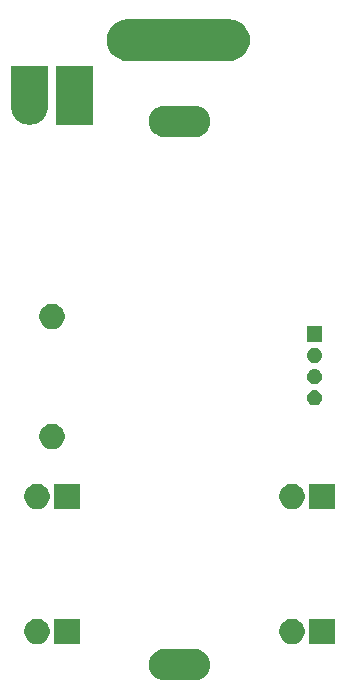
<source format=gbr>
G04 #@! TF.GenerationSoftware,KiCad,Pcbnew,(5.1.0)-1*
G04 #@! TF.CreationDate,2020-11-16T17:40:50+00:00*
G04 #@! TF.ProjectId,Jam Jar Solar PCB,4a616d20-4a61-4722-9053-6f6c61722050,rev?*
G04 #@! TF.SameCoordinates,Original*
G04 #@! TF.FileFunction,Soldermask,Top*
G04 #@! TF.FilePolarity,Negative*
%FSLAX46Y46*%
G04 Gerber Fmt 4.6, Leading zero omitted, Abs format (unit mm)*
G04 Created by KiCad (PCBNEW (5.1.0)-1) date 2020-11-16 17:40:50*
%MOMM*%
%LPD*%
G04 APERTURE LIST*
%ADD10C,0.500000*%
G04 APERTURE END LIST*
D10*
G36*
X182374580Y-82785371D02*
G01*
X182503961Y-82798114D01*
X182752971Y-82873651D01*
X182752973Y-82873652D01*
X182982458Y-82996314D01*
X183183608Y-83161392D01*
X183348685Y-83362541D01*
X183471349Y-83592029D01*
X183546886Y-83841039D01*
X183572391Y-84100000D01*
X183546886Y-84358961D01*
X183471349Y-84607971D01*
X183471348Y-84607973D01*
X183348686Y-84837458D01*
X183183608Y-85038608D01*
X182982458Y-85203686D01*
X182752973Y-85326348D01*
X182752971Y-85326349D01*
X182503961Y-85401886D01*
X182374580Y-85414629D01*
X182309891Y-85421000D01*
X179640109Y-85421000D01*
X179575420Y-85414629D01*
X179446039Y-85401886D01*
X179197029Y-85326349D01*
X179197027Y-85326348D01*
X178967542Y-85203686D01*
X178766392Y-85038608D01*
X178601314Y-84837458D01*
X178478652Y-84607973D01*
X178478651Y-84607971D01*
X178403114Y-84358961D01*
X178377609Y-84100000D01*
X178403114Y-83841039D01*
X178478651Y-83592029D01*
X178601315Y-83362541D01*
X178766392Y-83161392D01*
X178967542Y-82996314D01*
X179197027Y-82873652D01*
X179197029Y-82873651D01*
X179446039Y-82798114D01*
X179575420Y-82785371D01*
X179640109Y-82779000D01*
X182309891Y-82779000D01*
X182374580Y-82785371D01*
X182374580Y-82785371D01*
G37*
G36*
X190811231Y-80254003D02*
G01*
X191005412Y-80334436D01*
X191005414Y-80334437D01*
X191180173Y-80451207D01*
X191328793Y-80599827D01*
X191445563Y-80774586D01*
X191445564Y-80774588D01*
X191525997Y-80968769D01*
X191567000Y-81174908D01*
X191567000Y-81385092D01*
X191525997Y-81591231D01*
X191445564Y-81785412D01*
X191445563Y-81785414D01*
X191328793Y-81960173D01*
X191180173Y-82108793D01*
X191005414Y-82225563D01*
X191005413Y-82225564D01*
X191005412Y-82225564D01*
X190811231Y-82305997D01*
X190605092Y-82347000D01*
X190394908Y-82347000D01*
X190188769Y-82305997D01*
X189994588Y-82225564D01*
X189994587Y-82225564D01*
X189994586Y-82225563D01*
X189819827Y-82108793D01*
X189671207Y-81960173D01*
X189554437Y-81785414D01*
X189554436Y-81785412D01*
X189474003Y-81591231D01*
X189433000Y-81385092D01*
X189433000Y-81174908D01*
X189474003Y-80968769D01*
X189554436Y-80774588D01*
X189554437Y-80774586D01*
X189671207Y-80599827D01*
X189819827Y-80451207D01*
X189994586Y-80334437D01*
X189994588Y-80334436D01*
X190188769Y-80254003D01*
X190394908Y-80213000D01*
X190605092Y-80213000D01*
X190811231Y-80254003D01*
X190811231Y-80254003D01*
G37*
G36*
X194107000Y-82347000D02*
G01*
X191973000Y-82347000D01*
X191973000Y-80213000D01*
X194107000Y-80213000D01*
X194107000Y-82347000D01*
X194107000Y-82347000D01*
G37*
G36*
X172517000Y-82347000D02*
G01*
X170383000Y-82347000D01*
X170383000Y-80213000D01*
X172517000Y-80213000D01*
X172517000Y-82347000D01*
X172517000Y-82347000D01*
G37*
G36*
X169221231Y-80254003D02*
G01*
X169415412Y-80334436D01*
X169415414Y-80334437D01*
X169590173Y-80451207D01*
X169738793Y-80599827D01*
X169855563Y-80774586D01*
X169855564Y-80774588D01*
X169935997Y-80968769D01*
X169977000Y-81174908D01*
X169977000Y-81385092D01*
X169935997Y-81591231D01*
X169855564Y-81785412D01*
X169855563Y-81785414D01*
X169738793Y-81960173D01*
X169590173Y-82108793D01*
X169415414Y-82225563D01*
X169415413Y-82225564D01*
X169415412Y-82225564D01*
X169221231Y-82305997D01*
X169015092Y-82347000D01*
X168804908Y-82347000D01*
X168598769Y-82305997D01*
X168404588Y-82225564D01*
X168404587Y-82225564D01*
X168404586Y-82225563D01*
X168229827Y-82108793D01*
X168081207Y-81960173D01*
X167964437Y-81785414D01*
X167964436Y-81785412D01*
X167884003Y-81591231D01*
X167843000Y-81385092D01*
X167843000Y-81174908D01*
X167884003Y-80968769D01*
X167964436Y-80774588D01*
X167964437Y-80774586D01*
X168081207Y-80599827D01*
X168229827Y-80451207D01*
X168404586Y-80334437D01*
X168404588Y-80334436D01*
X168598769Y-80254003D01*
X168804908Y-80213000D01*
X169015092Y-80213000D01*
X169221231Y-80254003D01*
X169221231Y-80254003D01*
G37*
G36*
X169221231Y-68824003D02*
G01*
X169415412Y-68904436D01*
X169415414Y-68904437D01*
X169590173Y-69021207D01*
X169738793Y-69169827D01*
X169855563Y-69344586D01*
X169855564Y-69344588D01*
X169935997Y-69538769D01*
X169977000Y-69744908D01*
X169977000Y-69955092D01*
X169935997Y-70161231D01*
X169855564Y-70355412D01*
X169855563Y-70355414D01*
X169738793Y-70530173D01*
X169590173Y-70678793D01*
X169415414Y-70795563D01*
X169415413Y-70795564D01*
X169415412Y-70795564D01*
X169221231Y-70875997D01*
X169015092Y-70917000D01*
X168804908Y-70917000D01*
X168598769Y-70875997D01*
X168404588Y-70795564D01*
X168404587Y-70795564D01*
X168404586Y-70795563D01*
X168229827Y-70678793D01*
X168081207Y-70530173D01*
X167964437Y-70355414D01*
X167964436Y-70355412D01*
X167884003Y-70161231D01*
X167843000Y-69955092D01*
X167843000Y-69744908D01*
X167884003Y-69538769D01*
X167964436Y-69344588D01*
X167964437Y-69344586D01*
X168081207Y-69169827D01*
X168229827Y-69021207D01*
X168404586Y-68904437D01*
X168404588Y-68904436D01*
X168598769Y-68824003D01*
X168804908Y-68783000D01*
X169015092Y-68783000D01*
X169221231Y-68824003D01*
X169221231Y-68824003D01*
G37*
G36*
X172517000Y-70917000D02*
G01*
X170383000Y-70917000D01*
X170383000Y-68783000D01*
X172517000Y-68783000D01*
X172517000Y-70917000D01*
X172517000Y-70917000D01*
G37*
G36*
X190811231Y-68824003D02*
G01*
X191005412Y-68904436D01*
X191005414Y-68904437D01*
X191180173Y-69021207D01*
X191328793Y-69169827D01*
X191445563Y-69344586D01*
X191445564Y-69344588D01*
X191525997Y-69538769D01*
X191567000Y-69744908D01*
X191567000Y-69955092D01*
X191525997Y-70161231D01*
X191445564Y-70355412D01*
X191445563Y-70355414D01*
X191328793Y-70530173D01*
X191180173Y-70678793D01*
X191005414Y-70795563D01*
X191005413Y-70795564D01*
X191005412Y-70795564D01*
X190811231Y-70875997D01*
X190605092Y-70917000D01*
X190394908Y-70917000D01*
X190188769Y-70875997D01*
X189994588Y-70795564D01*
X189994587Y-70795564D01*
X189994586Y-70795563D01*
X189819827Y-70678793D01*
X189671207Y-70530173D01*
X189554437Y-70355414D01*
X189554436Y-70355412D01*
X189474003Y-70161231D01*
X189433000Y-69955092D01*
X189433000Y-69744908D01*
X189474003Y-69538769D01*
X189554436Y-69344588D01*
X189554437Y-69344586D01*
X189671207Y-69169827D01*
X189819827Y-69021207D01*
X189994586Y-68904437D01*
X189994588Y-68904436D01*
X190188769Y-68824003D01*
X190394908Y-68783000D01*
X190605092Y-68783000D01*
X190811231Y-68824003D01*
X190811231Y-68824003D01*
G37*
G36*
X194107000Y-70917000D02*
G01*
X191973000Y-70917000D01*
X191973000Y-68783000D01*
X194107000Y-68783000D01*
X194107000Y-70917000D01*
X194107000Y-70917000D01*
G37*
G36*
X170491231Y-63744003D02*
G01*
X170685412Y-63824436D01*
X170685414Y-63824437D01*
X170860173Y-63941207D01*
X171008793Y-64089827D01*
X171125563Y-64264586D01*
X171125564Y-64264588D01*
X171205997Y-64458769D01*
X171247000Y-64664908D01*
X171247000Y-64875092D01*
X171205997Y-65081231D01*
X171125564Y-65275412D01*
X171125563Y-65275414D01*
X171008793Y-65450173D01*
X170860173Y-65598793D01*
X170685414Y-65715563D01*
X170685413Y-65715564D01*
X170685412Y-65715564D01*
X170491231Y-65795997D01*
X170285092Y-65837000D01*
X170074908Y-65837000D01*
X169868769Y-65795997D01*
X169674588Y-65715564D01*
X169674587Y-65715564D01*
X169674586Y-65715563D01*
X169499827Y-65598793D01*
X169351207Y-65450173D01*
X169234437Y-65275414D01*
X169234436Y-65275412D01*
X169154003Y-65081231D01*
X169113000Y-64875092D01*
X169113000Y-64664908D01*
X169154003Y-64458769D01*
X169234436Y-64264588D01*
X169234437Y-64264586D01*
X169351207Y-64089827D01*
X169499827Y-63941207D01*
X169674586Y-63824437D01*
X169674588Y-63824436D01*
X169868769Y-63744003D01*
X170074908Y-63703000D01*
X170285092Y-63703000D01*
X170491231Y-63744003D01*
X170491231Y-63744003D01*
G37*
G36*
X192594890Y-60864017D02*
G01*
X192713364Y-60913091D01*
X192819988Y-60984335D01*
X192910665Y-61075012D01*
X192981909Y-61181636D01*
X193030983Y-61300110D01*
X193056000Y-61425882D01*
X193056000Y-61554118D01*
X193030983Y-61679890D01*
X192981909Y-61798364D01*
X192910665Y-61904988D01*
X192819988Y-61995665D01*
X192713364Y-62066909D01*
X192713363Y-62066910D01*
X192713362Y-62066910D01*
X192594890Y-62115983D01*
X192469119Y-62141000D01*
X192340881Y-62141000D01*
X192215110Y-62115983D01*
X192096638Y-62066910D01*
X192096637Y-62066910D01*
X192096636Y-62066909D01*
X191990012Y-61995665D01*
X191899335Y-61904988D01*
X191828091Y-61798364D01*
X191779017Y-61679890D01*
X191754000Y-61554118D01*
X191754000Y-61425882D01*
X191779017Y-61300110D01*
X191828091Y-61181636D01*
X191899335Y-61075012D01*
X191990012Y-60984335D01*
X192096636Y-60913091D01*
X192215110Y-60864017D01*
X192340881Y-60839000D01*
X192469119Y-60839000D01*
X192594890Y-60864017D01*
X192594890Y-60864017D01*
G37*
G36*
X192594890Y-59064017D02*
G01*
X192713364Y-59113091D01*
X192819988Y-59184335D01*
X192910665Y-59275012D01*
X192981909Y-59381636D01*
X193030983Y-59500110D01*
X193056000Y-59625882D01*
X193056000Y-59754118D01*
X193030983Y-59879890D01*
X192981909Y-59998364D01*
X192910665Y-60104988D01*
X192819988Y-60195665D01*
X192713364Y-60266909D01*
X192713363Y-60266910D01*
X192713362Y-60266910D01*
X192594890Y-60315983D01*
X192469119Y-60341000D01*
X192340881Y-60341000D01*
X192215110Y-60315983D01*
X192096638Y-60266910D01*
X192096637Y-60266910D01*
X192096636Y-60266909D01*
X191990012Y-60195665D01*
X191899335Y-60104988D01*
X191828091Y-59998364D01*
X191779017Y-59879890D01*
X191754000Y-59754118D01*
X191754000Y-59625882D01*
X191779017Y-59500110D01*
X191828091Y-59381636D01*
X191899335Y-59275012D01*
X191990012Y-59184335D01*
X192096636Y-59113091D01*
X192215110Y-59064017D01*
X192340881Y-59039000D01*
X192469119Y-59039000D01*
X192594890Y-59064017D01*
X192594890Y-59064017D01*
G37*
G36*
X192594890Y-57264017D02*
G01*
X192713364Y-57313091D01*
X192819988Y-57384335D01*
X192910665Y-57475012D01*
X192981909Y-57581636D01*
X193030983Y-57700110D01*
X193056000Y-57825882D01*
X193056000Y-57954118D01*
X193030983Y-58079890D01*
X192981909Y-58198364D01*
X192910665Y-58304988D01*
X192819988Y-58395665D01*
X192713364Y-58466909D01*
X192713363Y-58466910D01*
X192713362Y-58466910D01*
X192594890Y-58515983D01*
X192469119Y-58541000D01*
X192340881Y-58541000D01*
X192215110Y-58515983D01*
X192096638Y-58466910D01*
X192096637Y-58466910D01*
X192096636Y-58466909D01*
X191990012Y-58395665D01*
X191899335Y-58304988D01*
X191828091Y-58198364D01*
X191779017Y-58079890D01*
X191754000Y-57954118D01*
X191754000Y-57825882D01*
X191779017Y-57700110D01*
X191828091Y-57581636D01*
X191899335Y-57475012D01*
X191990012Y-57384335D01*
X192096636Y-57313091D01*
X192215110Y-57264017D01*
X192340881Y-57239000D01*
X192469119Y-57239000D01*
X192594890Y-57264017D01*
X192594890Y-57264017D01*
G37*
G36*
X193056000Y-56741000D02*
G01*
X191754000Y-56741000D01*
X191754000Y-55439000D01*
X193056000Y-55439000D01*
X193056000Y-56741000D01*
X193056000Y-56741000D01*
G37*
G36*
X170491231Y-53584003D02*
G01*
X170685412Y-53664436D01*
X170685414Y-53664437D01*
X170860173Y-53781207D01*
X171008793Y-53929827D01*
X171125563Y-54104586D01*
X171125564Y-54104588D01*
X171205997Y-54298769D01*
X171247000Y-54504908D01*
X171247000Y-54715092D01*
X171205997Y-54921231D01*
X171125564Y-55115412D01*
X171125563Y-55115414D01*
X171008793Y-55290173D01*
X170860173Y-55438793D01*
X170685414Y-55555563D01*
X170685413Y-55555564D01*
X170685412Y-55555564D01*
X170491231Y-55635997D01*
X170285092Y-55677000D01*
X170074908Y-55677000D01*
X169868769Y-55635997D01*
X169674588Y-55555564D01*
X169674587Y-55555564D01*
X169674586Y-55555563D01*
X169499827Y-55438793D01*
X169351207Y-55290173D01*
X169234437Y-55115414D01*
X169234436Y-55115412D01*
X169154003Y-54921231D01*
X169113000Y-54715092D01*
X169113000Y-54504908D01*
X169154003Y-54298769D01*
X169234436Y-54104588D01*
X169234437Y-54104586D01*
X169351207Y-53929827D01*
X169499827Y-53781207D01*
X169674586Y-53664437D01*
X169674588Y-53664436D01*
X169868769Y-53584003D01*
X170074908Y-53543000D01*
X170285092Y-53543000D01*
X170491231Y-53584003D01*
X170491231Y-53584003D01*
G37*
G36*
X182374580Y-36785371D02*
G01*
X182503961Y-36798114D01*
X182752971Y-36873651D01*
X182752973Y-36873652D01*
X182982458Y-36996314D01*
X183183608Y-37161392D01*
X183348686Y-37362542D01*
X183471348Y-37592027D01*
X183471349Y-37592029D01*
X183546886Y-37841039D01*
X183572391Y-38100000D01*
X183546886Y-38358961D01*
X183540200Y-38381000D01*
X183471348Y-38607973D01*
X183348686Y-38837458D01*
X183183608Y-39038608D01*
X182982458Y-39203686D01*
X182752973Y-39326348D01*
X182752971Y-39326349D01*
X182503961Y-39401886D01*
X182374580Y-39414629D01*
X182309891Y-39421000D01*
X179640109Y-39421000D01*
X179575420Y-39414629D01*
X179446039Y-39401886D01*
X179197029Y-39326349D01*
X179197027Y-39326348D01*
X178967542Y-39203686D01*
X178766392Y-39038608D01*
X178601314Y-38837458D01*
X178478652Y-38607973D01*
X178409800Y-38381000D01*
X178403114Y-38358961D01*
X178377609Y-38100000D01*
X178403114Y-37841039D01*
X178478651Y-37592029D01*
X178478652Y-37592027D01*
X178601314Y-37362542D01*
X178766392Y-37161392D01*
X178967542Y-36996314D01*
X179197027Y-36873652D01*
X179197029Y-36873651D01*
X179446039Y-36798114D01*
X179575420Y-36785371D01*
X179640109Y-36779000D01*
X182309891Y-36779000D01*
X182374580Y-36785371D01*
X182374580Y-36785371D01*
G37*
G36*
X169826000Y-36547173D02*
G01*
X169822798Y-36553164D01*
X169815685Y-36576613D01*
X169813283Y-36600999D01*
X169815684Y-36625380D01*
X169826000Y-36677240D01*
X169826000Y-36982760D01*
X169766396Y-37282410D01*
X169649479Y-37564674D01*
X169479741Y-37818705D01*
X169263705Y-38034741D01*
X169009674Y-38204479D01*
X168727410Y-38321396D01*
X168577585Y-38351198D01*
X168427761Y-38381000D01*
X168122239Y-38381000D01*
X167972415Y-38351198D01*
X167822590Y-38321396D01*
X167540326Y-38204479D01*
X167286295Y-38034741D01*
X167070259Y-37818705D01*
X166900521Y-37564674D01*
X166783604Y-37282410D01*
X166724000Y-36982760D01*
X166724000Y-36677240D01*
X166734316Y-36625380D01*
X166736717Y-36601000D01*
X166734315Y-36576614D01*
X166727202Y-36553165D01*
X166724000Y-36547174D01*
X166724000Y-33374000D01*
X169826000Y-33374000D01*
X169826000Y-36547173D01*
X169826000Y-36547173D01*
G37*
G36*
X173636000Y-38381000D02*
G01*
X170534000Y-38381000D01*
X170534000Y-33374000D01*
X173636000Y-33374000D01*
X173636000Y-38381000D01*
X173636000Y-38381000D01*
G37*
G36*
X185518254Y-29489335D02*
G01*
X185683289Y-29539398D01*
X185848321Y-29589460D01*
X186152510Y-29752052D01*
X186419135Y-29970865D01*
X186637948Y-30237490D01*
X186781945Y-30506890D01*
X186800539Y-30541677D01*
X186900665Y-30871746D01*
X186934472Y-31215000D01*
X186900665Y-31558254D01*
X186900664Y-31558256D01*
X186800540Y-31888321D01*
X186637948Y-32192510D01*
X186419135Y-32459135D01*
X186152510Y-32677948D01*
X185848321Y-32840540D01*
X185683288Y-32890602D01*
X185518254Y-32940665D01*
X185261021Y-32966000D01*
X176488979Y-32966000D01*
X176231746Y-32940665D01*
X176066712Y-32890602D01*
X175901679Y-32840540D01*
X175597490Y-32677948D01*
X175330865Y-32459135D01*
X175112052Y-32192510D01*
X174949460Y-31888321D01*
X174849336Y-31558256D01*
X174849335Y-31558254D01*
X174815528Y-31215000D01*
X174849335Y-30871746D01*
X174949461Y-30541677D01*
X174968055Y-30506890D01*
X175112052Y-30237490D01*
X175330865Y-29970865D01*
X175597490Y-29752052D01*
X175901679Y-29589460D01*
X176066711Y-29539398D01*
X176231746Y-29489335D01*
X176488979Y-29464000D01*
X185261021Y-29464000D01*
X185518254Y-29489335D01*
X185518254Y-29489335D01*
G37*
M02*

</source>
